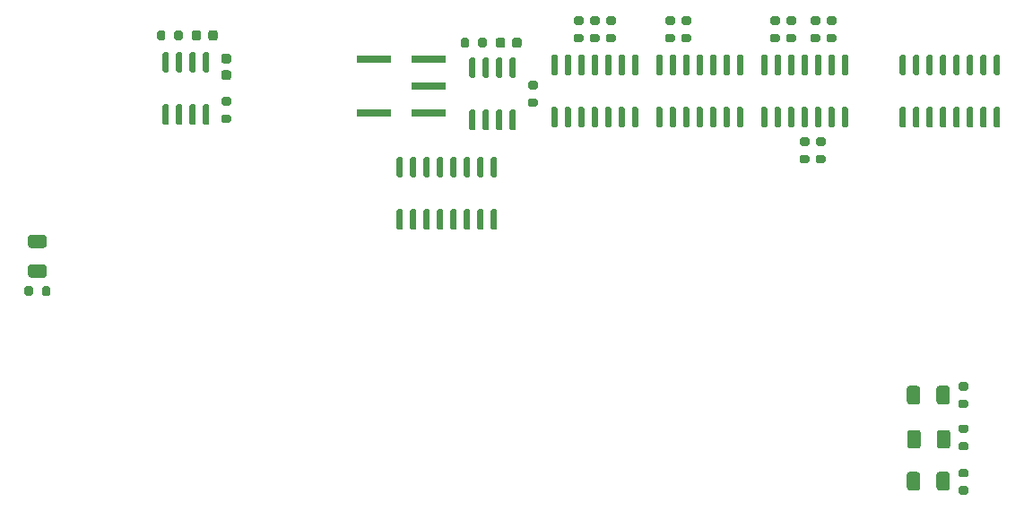
<source format=gbr>
%TF.GenerationSoftware,KiCad,Pcbnew,(5.1.10-1-10_14)*%
%TF.CreationDate,2021-09-17T00:17:13-04:00*%
%TF.ProjectId,clock,636c6f63-6b2e-46b6-9963-61645f706362,rev?*%
%TF.SameCoordinates,Original*%
%TF.FileFunction,Paste,Top*%
%TF.FilePolarity,Positive*%
%FSLAX46Y46*%
G04 Gerber Fmt 4.6, Leading zero omitted, Abs format (unit mm)*
G04 Created by KiCad (PCBNEW (5.1.10-1-10_14)) date 2021-09-17 00:17:13*
%MOMM*%
%LPD*%
G01*
G04 APERTURE LIST*
%ADD10R,3.180000X0.760000*%
G04 APERTURE END LIST*
%TO.C,U12*%
G36*
G01*
X132705000Y-116695000D02*
X132705000Y-116145000D01*
G75*
G02*
X132905000Y-115945000I200000J0D01*
G01*
X133305000Y-115945000D01*
G75*
G02*
X133505000Y-116145000I0J-200000D01*
G01*
X133505000Y-116695000D01*
G75*
G02*
X133305000Y-116895000I-200000J0D01*
G01*
X132905000Y-116895000D01*
G75*
G02*
X132705000Y-116695000I0J200000D01*
G01*
G37*
G36*
G01*
X131055000Y-116695000D02*
X131055000Y-116145000D01*
G75*
G02*
X131255000Y-115945000I200000J0D01*
G01*
X131655000Y-115945000D01*
G75*
G02*
X131855000Y-116145000I0J-200000D01*
G01*
X131855000Y-116695000D01*
G75*
G02*
X131655000Y-116895000I-200000J0D01*
G01*
X131255000Y-116895000D01*
G75*
G02*
X131055000Y-116695000I0J200000D01*
G01*
G37*
%TD*%
%TO.C,U11*%
G36*
G01*
X132899000Y-112351000D02*
X131649000Y-112351000D01*
G75*
G02*
X131399000Y-112101000I0J250000D01*
G01*
X131399000Y-111351000D01*
G75*
G02*
X131649000Y-111101000I250000J0D01*
G01*
X132899000Y-111101000D01*
G75*
G02*
X133149000Y-111351000I0J-250000D01*
G01*
X133149000Y-112101000D01*
G75*
G02*
X132899000Y-112351000I-250000J0D01*
G01*
G37*
G36*
G01*
X132899000Y-115151000D02*
X131649000Y-115151000D01*
G75*
G02*
X131399000Y-114901000I0J250000D01*
G01*
X131399000Y-114151000D01*
G75*
G02*
X131649000Y-113901000I250000J0D01*
G01*
X132899000Y-113901000D01*
G75*
G02*
X133149000Y-114151000I0J-250000D01*
G01*
X133149000Y-114901000D01*
G75*
G02*
X132899000Y-115151000I-250000J0D01*
G01*
G37*
%TD*%
%TO.C,U20*%
G36*
G01*
X144355000Y-91995000D02*
X144355000Y-92545000D01*
G75*
G02*
X144155000Y-92745000I-200000J0D01*
G01*
X143755000Y-92745000D01*
G75*
G02*
X143555000Y-92545000I0J200000D01*
G01*
X143555000Y-91995000D01*
G75*
G02*
X143755000Y-91795000I200000J0D01*
G01*
X144155000Y-91795000D01*
G75*
G02*
X144355000Y-91995000I0J-200000D01*
G01*
G37*
G36*
G01*
X146005000Y-91995000D02*
X146005000Y-92545000D01*
G75*
G02*
X145805000Y-92745000I-200000J0D01*
G01*
X145405000Y-92745000D01*
G75*
G02*
X145205000Y-92545000I0J200000D01*
G01*
X145205000Y-91995000D01*
G75*
G02*
X145405000Y-91795000I200000J0D01*
G01*
X145805000Y-91795000D01*
G75*
G02*
X146005000Y-91995000I0J-200000D01*
G01*
G37*
%TD*%
%TO.C,U23*%
G36*
G01*
X173505000Y-96290000D02*
X173205000Y-96290000D01*
G75*
G02*
X173055000Y-96140000I0J150000D01*
G01*
X173055000Y-94490000D01*
G75*
G02*
X173205000Y-94340000I150000J0D01*
G01*
X173505000Y-94340000D01*
G75*
G02*
X173655000Y-94490000I0J-150000D01*
G01*
X173655000Y-96140000D01*
G75*
G02*
X173505000Y-96290000I-150000J0D01*
G01*
G37*
G36*
G01*
X174775000Y-96290000D02*
X174475000Y-96290000D01*
G75*
G02*
X174325000Y-96140000I0J150000D01*
G01*
X174325000Y-94490000D01*
G75*
G02*
X174475000Y-94340000I150000J0D01*
G01*
X174775000Y-94340000D01*
G75*
G02*
X174925000Y-94490000I0J-150000D01*
G01*
X174925000Y-96140000D01*
G75*
G02*
X174775000Y-96290000I-150000J0D01*
G01*
G37*
G36*
G01*
X176045000Y-96290000D02*
X175745000Y-96290000D01*
G75*
G02*
X175595000Y-96140000I0J150000D01*
G01*
X175595000Y-94490000D01*
G75*
G02*
X175745000Y-94340000I150000J0D01*
G01*
X176045000Y-94340000D01*
G75*
G02*
X176195000Y-94490000I0J-150000D01*
G01*
X176195000Y-96140000D01*
G75*
G02*
X176045000Y-96290000I-150000J0D01*
G01*
G37*
G36*
G01*
X177315000Y-96290000D02*
X177015000Y-96290000D01*
G75*
G02*
X176865000Y-96140000I0J150000D01*
G01*
X176865000Y-94490000D01*
G75*
G02*
X177015000Y-94340000I150000J0D01*
G01*
X177315000Y-94340000D01*
G75*
G02*
X177465000Y-94490000I0J-150000D01*
G01*
X177465000Y-96140000D01*
G75*
G02*
X177315000Y-96290000I-150000J0D01*
G01*
G37*
G36*
G01*
X177315000Y-101240000D02*
X177015000Y-101240000D01*
G75*
G02*
X176865000Y-101090000I0J150000D01*
G01*
X176865000Y-99440000D01*
G75*
G02*
X177015000Y-99290000I150000J0D01*
G01*
X177315000Y-99290000D01*
G75*
G02*
X177465000Y-99440000I0J-150000D01*
G01*
X177465000Y-101090000D01*
G75*
G02*
X177315000Y-101240000I-150000J0D01*
G01*
G37*
G36*
G01*
X176045000Y-101240000D02*
X175745000Y-101240000D01*
G75*
G02*
X175595000Y-101090000I0J150000D01*
G01*
X175595000Y-99440000D01*
G75*
G02*
X175745000Y-99290000I150000J0D01*
G01*
X176045000Y-99290000D01*
G75*
G02*
X176195000Y-99440000I0J-150000D01*
G01*
X176195000Y-101090000D01*
G75*
G02*
X176045000Y-101240000I-150000J0D01*
G01*
G37*
G36*
G01*
X174775000Y-101240000D02*
X174475000Y-101240000D01*
G75*
G02*
X174325000Y-101090000I0J150000D01*
G01*
X174325000Y-99440000D01*
G75*
G02*
X174475000Y-99290000I150000J0D01*
G01*
X174775000Y-99290000D01*
G75*
G02*
X174925000Y-99440000I0J-150000D01*
G01*
X174925000Y-101090000D01*
G75*
G02*
X174775000Y-101240000I-150000J0D01*
G01*
G37*
G36*
G01*
X173505000Y-101240000D02*
X173205000Y-101240000D01*
G75*
G02*
X173055000Y-101090000I0J150000D01*
G01*
X173055000Y-99440000D01*
G75*
G02*
X173205000Y-99290000I150000J0D01*
G01*
X173505000Y-99290000D01*
G75*
G02*
X173655000Y-99440000I0J-150000D01*
G01*
X173655000Y-101090000D01*
G75*
G02*
X173505000Y-101240000I-150000J0D01*
G01*
G37*
%TD*%
%TO.C,U22*%
G36*
G01*
X179345000Y-97365000D02*
X178795000Y-97365000D01*
G75*
G02*
X178595000Y-97165000I0J200000D01*
G01*
X178595000Y-96765000D01*
G75*
G02*
X178795000Y-96565000I200000J0D01*
G01*
X179345000Y-96565000D01*
G75*
G02*
X179545000Y-96765000I0J-200000D01*
G01*
X179545000Y-97165000D01*
G75*
G02*
X179345000Y-97365000I-200000J0D01*
G01*
G37*
G36*
G01*
X179345000Y-99015000D02*
X178795000Y-99015000D01*
G75*
G02*
X178595000Y-98815000I0J200000D01*
G01*
X178595000Y-98415000D01*
G75*
G02*
X178795000Y-98215000I200000J0D01*
G01*
X179345000Y-98215000D01*
G75*
G02*
X179545000Y-98415000I0J-200000D01*
G01*
X179545000Y-98815000D01*
G75*
G02*
X179345000Y-99015000I-200000J0D01*
G01*
G37*
%TD*%
%TO.C,U21*%
G36*
G01*
X173907000Y-93239000D02*
X173907000Y-92689000D01*
G75*
G02*
X174107000Y-92489000I200000J0D01*
G01*
X174507000Y-92489000D01*
G75*
G02*
X174707000Y-92689000I0J-200000D01*
G01*
X174707000Y-93239000D01*
G75*
G02*
X174507000Y-93439000I-200000J0D01*
G01*
X174107000Y-93439000D01*
G75*
G02*
X173907000Y-93239000I0J200000D01*
G01*
G37*
G36*
G01*
X172257000Y-93239000D02*
X172257000Y-92689000D01*
G75*
G02*
X172457000Y-92489000I200000J0D01*
G01*
X172857000Y-92489000D01*
G75*
G02*
X173057000Y-92689000I0J-200000D01*
G01*
X173057000Y-93239000D01*
G75*
G02*
X172857000Y-93439000I-200000J0D01*
G01*
X172457000Y-93439000D01*
G75*
G02*
X172257000Y-93239000I0J200000D01*
G01*
G37*
%TD*%
%TO.C,U19*%
G36*
G01*
X144549000Y-95782000D02*
X144249000Y-95782000D01*
G75*
G02*
X144099000Y-95632000I0J150000D01*
G01*
X144099000Y-93982000D01*
G75*
G02*
X144249000Y-93832000I150000J0D01*
G01*
X144549000Y-93832000D01*
G75*
G02*
X144699000Y-93982000I0J-150000D01*
G01*
X144699000Y-95632000D01*
G75*
G02*
X144549000Y-95782000I-150000J0D01*
G01*
G37*
G36*
G01*
X145819000Y-95782000D02*
X145519000Y-95782000D01*
G75*
G02*
X145369000Y-95632000I0J150000D01*
G01*
X145369000Y-93982000D01*
G75*
G02*
X145519000Y-93832000I150000J0D01*
G01*
X145819000Y-93832000D01*
G75*
G02*
X145969000Y-93982000I0J-150000D01*
G01*
X145969000Y-95632000D01*
G75*
G02*
X145819000Y-95782000I-150000J0D01*
G01*
G37*
G36*
G01*
X147089000Y-95782000D02*
X146789000Y-95782000D01*
G75*
G02*
X146639000Y-95632000I0J150000D01*
G01*
X146639000Y-93982000D01*
G75*
G02*
X146789000Y-93832000I150000J0D01*
G01*
X147089000Y-93832000D01*
G75*
G02*
X147239000Y-93982000I0J-150000D01*
G01*
X147239000Y-95632000D01*
G75*
G02*
X147089000Y-95782000I-150000J0D01*
G01*
G37*
G36*
G01*
X148359000Y-95782000D02*
X148059000Y-95782000D01*
G75*
G02*
X147909000Y-95632000I0J150000D01*
G01*
X147909000Y-93982000D01*
G75*
G02*
X148059000Y-93832000I150000J0D01*
G01*
X148359000Y-93832000D01*
G75*
G02*
X148509000Y-93982000I0J-150000D01*
G01*
X148509000Y-95632000D01*
G75*
G02*
X148359000Y-95782000I-150000J0D01*
G01*
G37*
G36*
G01*
X148359000Y-100732000D02*
X148059000Y-100732000D01*
G75*
G02*
X147909000Y-100582000I0J150000D01*
G01*
X147909000Y-98932000D01*
G75*
G02*
X148059000Y-98782000I150000J0D01*
G01*
X148359000Y-98782000D01*
G75*
G02*
X148509000Y-98932000I0J-150000D01*
G01*
X148509000Y-100582000D01*
G75*
G02*
X148359000Y-100732000I-150000J0D01*
G01*
G37*
G36*
G01*
X147089000Y-100732000D02*
X146789000Y-100732000D01*
G75*
G02*
X146639000Y-100582000I0J150000D01*
G01*
X146639000Y-98932000D01*
G75*
G02*
X146789000Y-98782000I150000J0D01*
G01*
X147089000Y-98782000D01*
G75*
G02*
X147239000Y-98932000I0J-150000D01*
G01*
X147239000Y-100582000D01*
G75*
G02*
X147089000Y-100732000I-150000J0D01*
G01*
G37*
G36*
G01*
X145819000Y-100732000D02*
X145519000Y-100732000D01*
G75*
G02*
X145369000Y-100582000I0J150000D01*
G01*
X145369000Y-98932000D01*
G75*
G02*
X145519000Y-98782000I150000J0D01*
G01*
X145819000Y-98782000D01*
G75*
G02*
X145969000Y-98932000I0J-150000D01*
G01*
X145969000Y-100582000D01*
G75*
G02*
X145819000Y-100732000I-150000J0D01*
G01*
G37*
G36*
G01*
X144549000Y-100732000D02*
X144249000Y-100732000D01*
G75*
G02*
X144099000Y-100582000I0J150000D01*
G01*
X144099000Y-98932000D01*
G75*
G02*
X144249000Y-98782000I150000J0D01*
G01*
X144549000Y-98782000D01*
G75*
G02*
X144699000Y-98932000I0J-150000D01*
G01*
X144699000Y-100582000D01*
G75*
G02*
X144549000Y-100732000I-150000J0D01*
G01*
G37*
%TD*%
%TO.C,U13*%
G36*
G01*
X150389000Y-98889000D02*
X149839000Y-98889000D01*
G75*
G02*
X149639000Y-98689000I0J200000D01*
G01*
X149639000Y-98289000D01*
G75*
G02*
X149839000Y-98089000I200000J0D01*
G01*
X150389000Y-98089000D01*
G75*
G02*
X150589000Y-98289000I0J-200000D01*
G01*
X150589000Y-98689000D01*
G75*
G02*
X150389000Y-98889000I-200000J0D01*
G01*
G37*
G36*
G01*
X150389000Y-100539000D02*
X149839000Y-100539000D01*
G75*
G02*
X149639000Y-100339000I0J200000D01*
G01*
X149639000Y-99939000D01*
G75*
G02*
X149839000Y-99739000I200000J0D01*
G01*
X150389000Y-99739000D01*
G75*
G02*
X150589000Y-99939000I0J-200000D01*
G01*
X150589000Y-100339000D01*
G75*
G02*
X150389000Y-100539000I-200000J0D01*
G01*
G37*
%TD*%
%TO.C,U3*%
G36*
G01*
X214145000Y-96036000D02*
X213845000Y-96036000D01*
G75*
G02*
X213695000Y-95886000I0J150000D01*
G01*
X213695000Y-94236000D01*
G75*
G02*
X213845000Y-94086000I150000J0D01*
G01*
X214145000Y-94086000D01*
G75*
G02*
X214295000Y-94236000I0J-150000D01*
G01*
X214295000Y-95886000D01*
G75*
G02*
X214145000Y-96036000I-150000J0D01*
G01*
G37*
G36*
G01*
X215415000Y-96036000D02*
X215115000Y-96036000D01*
G75*
G02*
X214965000Y-95886000I0J150000D01*
G01*
X214965000Y-94236000D01*
G75*
G02*
X215115000Y-94086000I150000J0D01*
G01*
X215415000Y-94086000D01*
G75*
G02*
X215565000Y-94236000I0J-150000D01*
G01*
X215565000Y-95886000D01*
G75*
G02*
X215415000Y-96036000I-150000J0D01*
G01*
G37*
G36*
G01*
X216685000Y-96036000D02*
X216385000Y-96036000D01*
G75*
G02*
X216235000Y-95886000I0J150000D01*
G01*
X216235000Y-94236000D01*
G75*
G02*
X216385000Y-94086000I150000J0D01*
G01*
X216685000Y-94086000D01*
G75*
G02*
X216835000Y-94236000I0J-150000D01*
G01*
X216835000Y-95886000D01*
G75*
G02*
X216685000Y-96036000I-150000J0D01*
G01*
G37*
G36*
G01*
X217955000Y-96036000D02*
X217655000Y-96036000D01*
G75*
G02*
X217505000Y-95886000I0J150000D01*
G01*
X217505000Y-94236000D01*
G75*
G02*
X217655000Y-94086000I150000J0D01*
G01*
X217955000Y-94086000D01*
G75*
G02*
X218105000Y-94236000I0J-150000D01*
G01*
X218105000Y-95886000D01*
G75*
G02*
X217955000Y-96036000I-150000J0D01*
G01*
G37*
G36*
G01*
X219225000Y-96036000D02*
X218925000Y-96036000D01*
G75*
G02*
X218775000Y-95886000I0J150000D01*
G01*
X218775000Y-94236000D01*
G75*
G02*
X218925000Y-94086000I150000J0D01*
G01*
X219225000Y-94086000D01*
G75*
G02*
X219375000Y-94236000I0J-150000D01*
G01*
X219375000Y-95886000D01*
G75*
G02*
X219225000Y-96036000I-150000J0D01*
G01*
G37*
G36*
G01*
X220495000Y-96036000D02*
X220195000Y-96036000D01*
G75*
G02*
X220045000Y-95886000I0J150000D01*
G01*
X220045000Y-94236000D01*
G75*
G02*
X220195000Y-94086000I150000J0D01*
G01*
X220495000Y-94086000D01*
G75*
G02*
X220645000Y-94236000I0J-150000D01*
G01*
X220645000Y-95886000D01*
G75*
G02*
X220495000Y-96036000I-150000J0D01*
G01*
G37*
G36*
G01*
X221765000Y-96036000D02*
X221465000Y-96036000D01*
G75*
G02*
X221315000Y-95886000I0J150000D01*
G01*
X221315000Y-94236000D01*
G75*
G02*
X221465000Y-94086000I150000J0D01*
G01*
X221765000Y-94086000D01*
G75*
G02*
X221915000Y-94236000I0J-150000D01*
G01*
X221915000Y-95886000D01*
G75*
G02*
X221765000Y-96036000I-150000J0D01*
G01*
G37*
G36*
G01*
X223035000Y-96036000D02*
X222735000Y-96036000D01*
G75*
G02*
X222585000Y-95886000I0J150000D01*
G01*
X222585000Y-94236000D01*
G75*
G02*
X222735000Y-94086000I150000J0D01*
G01*
X223035000Y-94086000D01*
G75*
G02*
X223185000Y-94236000I0J-150000D01*
G01*
X223185000Y-95886000D01*
G75*
G02*
X223035000Y-96036000I-150000J0D01*
G01*
G37*
G36*
G01*
X223035000Y-100986000D02*
X222735000Y-100986000D01*
G75*
G02*
X222585000Y-100836000I0J150000D01*
G01*
X222585000Y-99186000D01*
G75*
G02*
X222735000Y-99036000I150000J0D01*
G01*
X223035000Y-99036000D01*
G75*
G02*
X223185000Y-99186000I0J-150000D01*
G01*
X223185000Y-100836000D01*
G75*
G02*
X223035000Y-100986000I-150000J0D01*
G01*
G37*
G36*
G01*
X221765000Y-100986000D02*
X221465000Y-100986000D01*
G75*
G02*
X221315000Y-100836000I0J150000D01*
G01*
X221315000Y-99186000D01*
G75*
G02*
X221465000Y-99036000I150000J0D01*
G01*
X221765000Y-99036000D01*
G75*
G02*
X221915000Y-99186000I0J-150000D01*
G01*
X221915000Y-100836000D01*
G75*
G02*
X221765000Y-100986000I-150000J0D01*
G01*
G37*
G36*
G01*
X220495000Y-100986000D02*
X220195000Y-100986000D01*
G75*
G02*
X220045000Y-100836000I0J150000D01*
G01*
X220045000Y-99186000D01*
G75*
G02*
X220195000Y-99036000I150000J0D01*
G01*
X220495000Y-99036000D01*
G75*
G02*
X220645000Y-99186000I0J-150000D01*
G01*
X220645000Y-100836000D01*
G75*
G02*
X220495000Y-100986000I-150000J0D01*
G01*
G37*
G36*
G01*
X219225000Y-100986000D02*
X218925000Y-100986000D01*
G75*
G02*
X218775000Y-100836000I0J150000D01*
G01*
X218775000Y-99186000D01*
G75*
G02*
X218925000Y-99036000I150000J0D01*
G01*
X219225000Y-99036000D01*
G75*
G02*
X219375000Y-99186000I0J-150000D01*
G01*
X219375000Y-100836000D01*
G75*
G02*
X219225000Y-100986000I-150000J0D01*
G01*
G37*
G36*
G01*
X217955000Y-100986000D02*
X217655000Y-100986000D01*
G75*
G02*
X217505000Y-100836000I0J150000D01*
G01*
X217505000Y-99186000D01*
G75*
G02*
X217655000Y-99036000I150000J0D01*
G01*
X217955000Y-99036000D01*
G75*
G02*
X218105000Y-99186000I0J-150000D01*
G01*
X218105000Y-100836000D01*
G75*
G02*
X217955000Y-100986000I-150000J0D01*
G01*
G37*
G36*
G01*
X216685000Y-100986000D02*
X216385000Y-100986000D01*
G75*
G02*
X216235000Y-100836000I0J150000D01*
G01*
X216235000Y-99186000D01*
G75*
G02*
X216385000Y-99036000I150000J0D01*
G01*
X216685000Y-99036000D01*
G75*
G02*
X216835000Y-99186000I0J-150000D01*
G01*
X216835000Y-100836000D01*
G75*
G02*
X216685000Y-100986000I-150000J0D01*
G01*
G37*
G36*
G01*
X215415000Y-100986000D02*
X215115000Y-100986000D01*
G75*
G02*
X214965000Y-100836000I0J150000D01*
G01*
X214965000Y-99186000D01*
G75*
G02*
X215115000Y-99036000I150000J0D01*
G01*
X215415000Y-99036000D01*
G75*
G02*
X215565000Y-99186000I0J-150000D01*
G01*
X215565000Y-100836000D01*
G75*
G02*
X215415000Y-100986000I-150000J0D01*
G01*
G37*
G36*
G01*
X214145000Y-100986000D02*
X213845000Y-100986000D01*
G75*
G02*
X213695000Y-100836000I0J150000D01*
G01*
X213695000Y-99186000D01*
G75*
G02*
X213845000Y-99036000I150000J0D01*
G01*
X214145000Y-99036000D01*
G75*
G02*
X214295000Y-99186000I0J-150000D01*
G01*
X214295000Y-100836000D01*
G75*
G02*
X214145000Y-100986000I-150000J0D01*
G01*
G37*
%TD*%
%TO.C,U2*%
G36*
G01*
X166647000Y-105688000D02*
X166347000Y-105688000D01*
G75*
G02*
X166197000Y-105538000I0J150000D01*
G01*
X166197000Y-103888000D01*
G75*
G02*
X166347000Y-103738000I150000J0D01*
G01*
X166647000Y-103738000D01*
G75*
G02*
X166797000Y-103888000I0J-150000D01*
G01*
X166797000Y-105538000D01*
G75*
G02*
X166647000Y-105688000I-150000J0D01*
G01*
G37*
G36*
G01*
X167917000Y-105688000D02*
X167617000Y-105688000D01*
G75*
G02*
X167467000Y-105538000I0J150000D01*
G01*
X167467000Y-103888000D01*
G75*
G02*
X167617000Y-103738000I150000J0D01*
G01*
X167917000Y-103738000D01*
G75*
G02*
X168067000Y-103888000I0J-150000D01*
G01*
X168067000Y-105538000D01*
G75*
G02*
X167917000Y-105688000I-150000J0D01*
G01*
G37*
G36*
G01*
X169187000Y-105688000D02*
X168887000Y-105688000D01*
G75*
G02*
X168737000Y-105538000I0J150000D01*
G01*
X168737000Y-103888000D01*
G75*
G02*
X168887000Y-103738000I150000J0D01*
G01*
X169187000Y-103738000D01*
G75*
G02*
X169337000Y-103888000I0J-150000D01*
G01*
X169337000Y-105538000D01*
G75*
G02*
X169187000Y-105688000I-150000J0D01*
G01*
G37*
G36*
G01*
X170457000Y-105688000D02*
X170157000Y-105688000D01*
G75*
G02*
X170007000Y-105538000I0J150000D01*
G01*
X170007000Y-103888000D01*
G75*
G02*
X170157000Y-103738000I150000J0D01*
G01*
X170457000Y-103738000D01*
G75*
G02*
X170607000Y-103888000I0J-150000D01*
G01*
X170607000Y-105538000D01*
G75*
G02*
X170457000Y-105688000I-150000J0D01*
G01*
G37*
G36*
G01*
X171727000Y-105688000D02*
X171427000Y-105688000D01*
G75*
G02*
X171277000Y-105538000I0J150000D01*
G01*
X171277000Y-103888000D01*
G75*
G02*
X171427000Y-103738000I150000J0D01*
G01*
X171727000Y-103738000D01*
G75*
G02*
X171877000Y-103888000I0J-150000D01*
G01*
X171877000Y-105538000D01*
G75*
G02*
X171727000Y-105688000I-150000J0D01*
G01*
G37*
G36*
G01*
X172997000Y-105688000D02*
X172697000Y-105688000D01*
G75*
G02*
X172547000Y-105538000I0J150000D01*
G01*
X172547000Y-103888000D01*
G75*
G02*
X172697000Y-103738000I150000J0D01*
G01*
X172997000Y-103738000D01*
G75*
G02*
X173147000Y-103888000I0J-150000D01*
G01*
X173147000Y-105538000D01*
G75*
G02*
X172997000Y-105688000I-150000J0D01*
G01*
G37*
G36*
G01*
X174267000Y-105688000D02*
X173967000Y-105688000D01*
G75*
G02*
X173817000Y-105538000I0J150000D01*
G01*
X173817000Y-103888000D01*
G75*
G02*
X173967000Y-103738000I150000J0D01*
G01*
X174267000Y-103738000D01*
G75*
G02*
X174417000Y-103888000I0J-150000D01*
G01*
X174417000Y-105538000D01*
G75*
G02*
X174267000Y-105688000I-150000J0D01*
G01*
G37*
G36*
G01*
X175537000Y-105688000D02*
X175237000Y-105688000D01*
G75*
G02*
X175087000Y-105538000I0J150000D01*
G01*
X175087000Y-103888000D01*
G75*
G02*
X175237000Y-103738000I150000J0D01*
G01*
X175537000Y-103738000D01*
G75*
G02*
X175687000Y-103888000I0J-150000D01*
G01*
X175687000Y-105538000D01*
G75*
G02*
X175537000Y-105688000I-150000J0D01*
G01*
G37*
G36*
G01*
X175537000Y-110638000D02*
X175237000Y-110638000D01*
G75*
G02*
X175087000Y-110488000I0J150000D01*
G01*
X175087000Y-108838000D01*
G75*
G02*
X175237000Y-108688000I150000J0D01*
G01*
X175537000Y-108688000D01*
G75*
G02*
X175687000Y-108838000I0J-150000D01*
G01*
X175687000Y-110488000D01*
G75*
G02*
X175537000Y-110638000I-150000J0D01*
G01*
G37*
G36*
G01*
X174267000Y-110638000D02*
X173967000Y-110638000D01*
G75*
G02*
X173817000Y-110488000I0J150000D01*
G01*
X173817000Y-108838000D01*
G75*
G02*
X173967000Y-108688000I150000J0D01*
G01*
X174267000Y-108688000D01*
G75*
G02*
X174417000Y-108838000I0J-150000D01*
G01*
X174417000Y-110488000D01*
G75*
G02*
X174267000Y-110638000I-150000J0D01*
G01*
G37*
G36*
G01*
X172997000Y-110638000D02*
X172697000Y-110638000D01*
G75*
G02*
X172547000Y-110488000I0J150000D01*
G01*
X172547000Y-108838000D01*
G75*
G02*
X172697000Y-108688000I150000J0D01*
G01*
X172997000Y-108688000D01*
G75*
G02*
X173147000Y-108838000I0J-150000D01*
G01*
X173147000Y-110488000D01*
G75*
G02*
X172997000Y-110638000I-150000J0D01*
G01*
G37*
G36*
G01*
X171727000Y-110638000D02*
X171427000Y-110638000D01*
G75*
G02*
X171277000Y-110488000I0J150000D01*
G01*
X171277000Y-108838000D01*
G75*
G02*
X171427000Y-108688000I150000J0D01*
G01*
X171727000Y-108688000D01*
G75*
G02*
X171877000Y-108838000I0J-150000D01*
G01*
X171877000Y-110488000D01*
G75*
G02*
X171727000Y-110638000I-150000J0D01*
G01*
G37*
G36*
G01*
X170457000Y-110638000D02*
X170157000Y-110638000D01*
G75*
G02*
X170007000Y-110488000I0J150000D01*
G01*
X170007000Y-108838000D01*
G75*
G02*
X170157000Y-108688000I150000J0D01*
G01*
X170457000Y-108688000D01*
G75*
G02*
X170607000Y-108838000I0J-150000D01*
G01*
X170607000Y-110488000D01*
G75*
G02*
X170457000Y-110638000I-150000J0D01*
G01*
G37*
G36*
G01*
X169187000Y-110638000D02*
X168887000Y-110638000D01*
G75*
G02*
X168737000Y-110488000I0J150000D01*
G01*
X168737000Y-108838000D01*
G75*
G02*
X168887000Y-108688000I150000J0D01*
G01*
X169187000Y-108688000D01*
G75*
G02*
X169337000Y-108838000I0J-150000D01*
G01*
X169337000Y-110488000D01*
G75*
G02*
X169187000Y-110638000I-150000J0D01*
G01*
G37*
G36*
G01*
X167917000Y-110638000D02*
X167617000Y-110638000D01*
G75*
G02*
X167467000Y-110488000I0J150000D01*
G01*
X167467000Y-108838000D01*
G75*
G02*
X167617000Y-108688000I150000J0D01*
G01*
X167917000Y-108688000D01*
G75*
G02*
X168067000Y-108838000I0J-150000D01*
G01*
X168067000Y-110488000D01*
G75*
G02*
X167917000Y-110638000I-150000J0D01*
G01*
G37*
G36*
G01*
X166647000Y-110638000D02*
X166347000Y-110638000D01*
G75*
G02*
X166197000Y-110488000I0J150000D01*
G01*
X166197000Y-108838000D01*
G75*
G02*
X166347000Y-108688000I150000J0D01*
G01*
X166647000Y-108688000D01*
G75*
G02*
X166797000Y-108838000I0J-150000D01*
G01*
X166797000Y-110488000D01*
G75*
G02*
X166647000Y-110638000I-150000J0D01*
G01*
G37*
%TD*%
D10*
%TO.C,SW4*%
X169224000Y-94488000D03*
X164024000Y-94488000D03*
X164024000Y-99568000D03*
X169224000Y-99568000D03*
X169224000Y-97028000D03*
%TD*%
%TO.C,C3*%
G36*
G01*
X177109000Y-93214000D02*
X177109000Y-92714000D01*
G75*
G02*
X177334000Y-92489000I225000J0D01*
G01*
X177784000Y-92489000D01*
G75*
G02*
X178009000Y-92714000I0J-225000D01*
G01*
X178009000Y-93214000D01*
G75*
G02*
X177784000Y-93439000I-225000J0D01*
G01*
X177334000Y-93439000D01*
G75*
G02*
X177109000Y-93214000I0J225000D01*
G01*
G37*
G36*
G01*
X175559000Y-93214000D02*
X175559000Y-92714000D01*
G75*
G02*
X175784000Y-92489000I225000J0D01*
G01*
X176234000Y-92489000D01*
G75*
G02*
X176459000Y-92714000I0J-225000D01*
G01*
X176459000Y-93214000D01*
G75*
G02*
X176234000Y-93439000I-225000J0D01*
G01*
X175784000Y-93439000D01*
G75*
G02*
X175559000Y-93214000I0J225000D01*
G01*
G37*
%TD*%
%TO.C,C2*%
G36*
G01*
X148407000Y-92520000D02*
X148407000Y-92020000D01*
G75*
G02*
X148632000Y-91795000I225000J0D01*
G01*
X149082000Y-91795000D01*
G75*
G02*
X149307000Y-92020000I0J-225000D01*
G01*
X149307000Y-92520000D01*
G75*
G02*
X149082000Y-92745000I-225000J0D01*
G01*
X148632000Y-92745000D01*
G75*
G02*
X148407000Y-92520000I0J225000D01*
G01*
G37*
G36*
G01*
X146857000Y-92520000D02*
X146857000Y-92020000D01*
G75*
G02*
X147082000Y-91795000I225000J0D01*
G01*
X147532000Y-91795000D01*
G75*
G02*
X147757000Y-92020000I0J-225000D01*
G01*
X147757000Y-92520000D01*
G75*
G02*
X147532000Y-92745000I-225000J0D01*
G01*
X147082000Y-92745000D01*
G75*
G02*
X146857000Y-92520000I0J225000D01*
G01*
G37*
%TD*%
%TO.C,C1*%
G36*
G01*
X149864000Y-95562000D02*
X150364000Y-95562000D01*
G75*
G02*
X150589000Y-95787000I0J-225000D01*
G01*
X150589000Y-96237000D01*
G75*
G02*
X150364000Y-96462000I-225000J0D01*
G01*
X149864000Y-96462000D01*
G75*
G02*
X149639000Y-96237000I0J225000D01*
G01*
X149639000Y-95787000D01*
G75*
G02*
X149864000Y-95562000I225000J0D01*
G01*
G37*
G36*
G01*
X149864000Y-94012000D02*
X150364000Y-94012000D01*
G75*
G02*
X150589000Y-94237000I0J-225000D01*
G01*
X150589000Y-94687000D01*
G75*
G02*
X150364000Y-94912000I-225000J0D01*
G01*
X149864000Y-94912000D01*
G75*
G02*
X149639000Y-94687000I0J225000D01*
G01*
X149639000Y-94237000D01*
G75*
G02*
X149864000Y-94012000I225000J0D01*
G01*
G37*
%TD*%
%TO.C,U9*%
G36*
G01*
X215633000Y-125613000D02*
X215633000Y-126863000D01*
G75*
G02*
X215383000Y-127113000I-250000J0D01*
G01*
X214633000Y-127113000D01*
G75*
G02*
X214383000Y-126863000I0J250000D01*
G01*
X214383000Y-125613000D01*
G75*
G02*
X214633000Y-125363000I250000J0D01*
G01*
X215383000Y-125363000D01*
G75*
G02*
X215633000Y-125613000I0J-250000D01*
G01*
G37*
G36*
G01*
X218433000Y-125613000D02*
X218433000Y-126863000D01*
G75*
G02*
X218183000Y-127113000I-250000J0D01*
G01*
X217433000Y-127113000D01*
G75*
G02*
X217183000Y-126863000I0J250000D01*
G01*
X217183000Y-125613000D01*
G75*
G02*
X217433000Y-125363000I250000J0D01*
G01*
X218183000Y-125363000D01*
G75*
G02*
X218433000Y-125613000I0J-250000D01*
G01*
G37*
%TD*%
%TO.C,U31*%
G36*
G01*
X202205000Y-91269000D02*
X201655000Y-91269000D01*
G75*
G02*
X201455000Y-91069000I0J200000D01*
G01*
X201455000Y-90669000D01*
G75*
G02*
X201655000Y-90469000I200000J0D01*
G01*
X202205000Y-90469000D01*
G75*
G02*
X202405000Y-90669000I0J-200000D01*
G01*
X202405000Y-91069000D01*
G75*
G02*
X202205000Y-91269000I-200000J0D01*
G01*
G37*
G36*
G01*
X202205000Y-92919000D02*
X201655000Y-92919000D01*
G75*
G02*
X201455000Y-92719000I0J200000D01*
G01*
X201455000Y-92319000D01*
G75*
G02*
X201655000Y-92119000I200000J0D01*
G01*
X202205000Y-92119000D01*
G75*
G02*
X202405000Y-92319000I0J-200000D01*
G01*
X202405000Y-92719000D01*
G75*
G02*
X202205000Y-92919000I-200000J0D01*
G01*
G37*
%TD*%
%TO.C,U30*%
G36*
G01*
X203729000Y-91269000D02*
X203179000Y-91269000D01*
G75*
G02*
X202979000Y-91069000I0J200000D01*
G01*
X202979000Y-90669000D01*
G75*
G02*
X203179000Y-90469000I200000J0D01*
G01*
X203729000Y-90469000D01*
G75*
G02*
X203929000Y-90669000I0J-200000D01*
G01*
X203929000Y-91069000D01*
G75*
G02*
X203729000Y-91269000I-200000J0D01*
G01*
G37*
G36*
G01*
X203729000Y-92919000D02*
X203179000Y-92919000D01*
G75*
G02*
X202979000Y-92719000I0J200000D01*
G01*
X202979000Y-92319000D01*
G75*
G02*
X203179000Y-92119000I200000J0D01*
G01*
X203729000Y-92119000D01*
G75*
G02*
X203929000Y-92319000I0J-200000D01*
G01*
X203929000Y-92719000D01*
G75*
G02*
X203729000Y-92919000I-200000J0D01*
G01*
G37*
%TD*%
%TO.C,U29*%
G36*
G01*
X206015000Y-91269000D02*
X205465000Y-91269000D01*
G75*
G02*
X205265000Y-91069000I0J200000D01*
G01*
X205265000Y-90669000D01*
G75*
G02*
X205465000Y-90469000I200000J0D01*
G01*
X206015000Y-90469000D01*
G75*
G02*
X206215000Y-90669000I0J-200000D01*
G01*
X206215000Y-91069000D01*
G75*
G02*
X206015000Y-91269000I-200000J0D01*
G01*
G37*
G36*
G01*
X206015000Y-92919000D02*
X205465000Y-92919000D01*
G75*
G02*
X205265000Y-92719000I0J200000D01*
G01*
X205265000Y-92319000D01*
G75*
G02*
X205465000Y-92119000I200000J0D01*
G01*
X206015000Y-92119000D01*
G75*
G02*
X206215000Y-92319000I0J-200000D01*
G01*
X206215000Y-92719000D01*
G75*
G02*
X206015000Y-92919000I-200000J0D01*
G01*
G37*
%TD*%
%TO.C,U28*%
G36*
G01*
X207539000Y-91269000D02*
X206989000Y-91269000D01*
G75*
G02*
X206789000Y-91069000I0J200000D01*
G01*
X206789000Y-90669000D01*
G75*
G02*
X206989000Y-90469000I200000J0D01*
G01*
X207539000Y-90469000D01*
G75*
G02*
X207739000Y-90669000I0J-200000D01*
G01*
X207739000Y-91069000D01*
G75*
G02*
X207539000Y-91269000I-200000J0D01*
G01*
G37*
G36*
G01*
X207539000Y-92919000D02*
X206989000Y-92919000D01*
G75*
G02*
X206789000Y-92719000I0J200000D01*
G01*
X206789000Y-92319000D01*
G75*
G02*
X206989000Y-92119000I200000J0D01*
G01*
X207539000Y-92119000D01*
G75*
G02*
X207739000Y-92319000I0J-200000D01*
G01*
X207739000Y-92719000D01*
G75*
G02*
X207539000Y-92919000I-200000J0D01*
G01*
G37*
%TD*%
%TO.C,U27*%
G36*
G01*
X205973000Y-103549000D02*
X206523000Y-103549000D01*
G75*
G02*
X206723000Y-103749000I0J-200000D01*
G01*
X206723000Y-104149000D01*
G75*
G02*
X206523000Y-104349000I-200000J0D01*
G01*
X205973000Y-104349000D01*
G75*
G02*
X205773000Y-104149000I0J200000D01*
G01*
X205773000Y-103749000D01*
G75*
G02*
X205973000Y-103549000I200000J0D01*
G01*
G37*
G36*
G01*
X205973000Y-101899000D02*
X206523000Y-101899000D01*
G75*
G02*
X206723000Y-102099000I0J-200000D01*
G01*
X206723000Y-102499000D01*
G75*
G02*
X206523000Y-102699000I-200000J0D01*
G01*
X205973000Y-102699000D01*
G75*
G02*
X205773000Y-102499000I0J200000D01*
G01*
X205773000Y-102099000D01*
G75*
G02*
X205973000Y-101899000I200000J0D01*
G01*
G37*
%TD*%
%TO.C,U26*%
G36*
G01*
X204449000Y-103549000D02*
X204999000Y-103549000D01*
G75*
G02*
X205199000Y-103749000I0J-200000D01*
G01*
X205199000Y-104149000D01*
G75*
G02*
X204999000Y-104349000I-200000J0D01*
G01*
X204449000Y-104349000D01*
G75*
G02*
X204249000Y-104149000I0J200000D01*
G01*
X204249000Y-103749000D01*
G75*
G02*
X204449000Y-103549000I200000J0D01*
G01*
G37*
G36*
G01*
X204449000Y-101899000D02*
X204999000Y-101899000D01*
G75*
G02*
X205199000Y-102099000I0J-200000D01*
G01*
X205199000Y-102499000D01*
G75*
G02*
X204999000Y-102699000I-200000J0D01*
G01*
X204449000Y-102699000D01*
G75*
G02*
X204249000Y-102499000I0J200000D01*
G01*
X204249000Y-102099000D01*
G75*
G02*
X204449000Y-101899000I200000J0D01*
G01*
G37*
%TD*%
%TO.C,U25*%
G36*
G01*
X192299000Y-91269000D02*
X191749000Y-91269000D01*
G75*
G02*
X191549000Y-91069000I0J200000D01*
G01*
X191549000Y-90669000D01*
G75*
G02*
X191749000Y-90469000I200000J0D01*
G01*
X192299000Y-90469000D01*
G75*
G02*
X192499000Y-90669000I0J-200000D01*
G01*
X192499000Y-91069000D01*
G75*
G02*
X192299000Y-91269000I-200000J0D01*
G01*
G37*
G36*
G01*
X192299000Y-92919000D02*
X191749000Y-92919000D01*
G75*
G02*
X191549000Y-92719000I0J200000D01*
G01*
X191549000Y-92319000D01*
G75*
G02*
X191749000Y-92119000I200000J0D01*
G01*
X192299000Y-92119000D01*
G75*
G02*
X192499000Y-92319000I0J-200000D01*
G01*
X192499000Y-92719000D01*
G75*
G02*
X192299000Y-92919000I-200000J0D01*
G01*
G37*
%TD*%
%TO.C,U24*%
G36*
G01*
X193823000Y-91269000D02*
X193273000Y-91269000D01*
G75*
G02*
X193073000Y-91069000I0J200000D01*
G01*
X193073000Y-90669000D01*
G75*
G02*
X193273000Y-90469000I200000J0D01*
G01*
X193823000Y-90469000D01*
G75*
G02*
X194023000Y-90669000I0J-200000D01*
G01*
X194023000Y-91069000D01*
G75*
G02*
X193823000Y-91269000I-200000J0D01*
G01*
G37*
G36*
G01*
X193823000Y-92919000D02*
X193273000Y-92919000D01*
G75*
G02*
X193073000Y-92719000I0J200000D01*
G01*
X193073000Y-92319000D01*
G75*
G02*
X193273000Y-92119000I200000J0D01*
G01*
X193823000Y-92119000D01*
G75*
G02*
X194023000Y-92319000I0J-200000D01*
G01*
X194023000Y-92719000D01*
G75*
G02*
X193823000Y-92919000I-200000J0D01*
G01*
G37*
%TD*%
%TO.C,U18*%
G36*
G01*
X201064000Y-96036000D02*
X200764000Y-96036000D01*
G75*
G02*
X200614000Y-95886000I0J150000D01*
G01*
X200614000Y-94236000D01*
G75*
G02*
X200764000Y-94086000I150000J0D01*
G01*
X201064000Y-94086000D01*
G75*
G02*
X201214000Y-94236000I0J-150000D01*
G01*
X201214000Y-95886000D01*
G75*
G02*
X201064000Y-96036000I-150000J0D01*
G01*
G37*
G36*
G01*
X202334000Y-96036000D02*
X202034000Y-96036000D01*
G75*
G02*
X201884000Y-95886000I0J150000D01*
G01*
X201884000Y-94236000D01*
G75*
G02*
X202034000Y-94086000I150000J0D01*
G01*
X202334000Y-94086000D01*
G75*
G02*
X202484000Y-94236000I0J-150000D01*
G01*
X202484000Y-95886000D01*
G75*
G02*
X202334000Y-96036000I-150000J0D01*
G01*
G37*
G36*
G01*
X203604000Y-96036000D02*
X203304000Y-96036000D01*
G75*
G02*
X203154000Y-95886000I0J150000D01*
G01*
X203154000Y-94236000D01*
G75*
G02*
X203304000Y-94086000I150000J0D01*
G01*
X203604000Y-94086000D01*
G75*
G02*
X203754000Y-94236000I0J-150000D01*
G01*
X203754000Y-95886000D01*
G75*
G02*
X203604000Y-96036000I-150000J0D01*
G01*
G37*
G36*
G01*
X204874000Y-96036000D02*
X204574000Y-96036000D01*
G75*
G02*
X204424000Y-95886000I0J150000D01*
G01*
X204424000Y-94236000D01*
G75*
G02*
X204574000Y-94086000I150000J0D01*
G01*
X204874000Y-94086000D01*
G75*
G02*
X205024000Y-94236000I0J-150000D01*
G01*
X205024000Y-95886000D01*
G75*
G02*
X204874000Y-96036000I-150000J0D01*
G01*
G37*
G36*
G01*
X206144000Y-96036000D02*
X205844000Y-96036000D01*
G75*
G02*
X205694000Y-95886000I0J150000D01*
G01*
X205694000Y-94236000D01*
G75*
G02*
X205844000Y-94086000I150000J0D01*
G01*
X206144000Y-94086000D01*
G75*
G02*
X206294000Y-94236000I0J-150000D01*
G01*
X206294000Y-95886000D01*
G75*
G02*
X206144000Y-96036000I-150000J0D01*
G01*
G37*
G36*
G01*
X207414000Y-96036000D02*
X207114000Y-96036000D01*
G75*
G02*
X206964000Y-95886000I0J150000D01*
G01*
X206964000Y-94236000D01*
G75*
G02*
X207114000Y-94086000I150000J0D01*
G01*
X207414000Y-94086000D01*
G75*
G02*
X207564000Y-94236000I0J-150000D01*
G01*
X207564000Y-95886000D01*
G75*
G02*
X207414000Y-96036000I-150000J0D01*
G01*
G37*
G36*
G01*
X208684000Y-96036000D02*
X208384000Y-96036000D01*
G75*
G02*
X208234000Y-95886000I0J150000D01*
G01*
X208234000Y-94236000D01*
G75*
G02*
X208384000Y-94086000I150000J0D01*
G01*
X208684000Y-94086000D01*
G75*
G02*
X208834000Y-94236000I0J-150000D01*
G01*
X208834000Y-95886000D01*
G75*
G02*
X208684000Y-96036000I-150000J0D01*
G01*
G37*
G36*
G01*
X208684000Y-100986000D02*
X208384000Y-100986000D01*
G75*
G02*
X208234000Y-100836000I0J150000D01*
G01*
X208234000Y-99186000D01*
G75*
G02*
X208384000Y-99036000I150000J0D01*
G01*
X208684000Y-99036000D01*
G75*
G02*
X208834000Y-99186000I0J-150000D01*
G01*
X208834000Y-100836000D01*
G75*
G02*
X208684000Y-100986000I-150000J0D01*
G01*
G37*
G36*
G01*
X207414000Y-100986000D02*
X207114000Y-100986000D01*
G75*
G02*
X206964000Y-100836000I0J150000D01*
G01*
X206964000Y-99186000D01*
G75*
G02*
X207114000Y-99036000I150000J0D01*
G01*
X207414000Y-99036000D01*
G75*
G02*
X207564000Y-99186000I0J-150000D01*
G01*
X207564000Y-100836000D01*
G75*
G02*
X207414000Y-100986000I-150000J0D01*
G01*
G37*
G36*
G01*
X206144000Y-100986000D02*
X205844000Y-100986000D01*
G75*
G02*
X205694000Y-100836000I0J150000D01*
G01*
X205694000Y-99186000D01*
G75*
G02*
X205844000Y-99036000I150000J0D01*
G01*
X206144000Y-99036000D01*
G75*
G02*
X206294000Y-99186000I0J-150000D01*
G01*
X206294000Y-100836000D01*
G75*
G02*
X206144000Y-100986000I-150000J0D01*
G01*
G37*
G36*
G01*
X204874000Y-100986000D02*
X204574000Y-100986000D01*
G75*
G02*
X204424000Y-100836000I0J150000D01*
G01*
X204424000Y-99186000D01*
G75*
G02*
X204574000Y-99036000I150000J0D01*
G01*
X204874000Y-99036000D01*
G75*
G02*
X205024000Y-99186000I0J-150000D01*
G01*
X205024000Y-100836000D01*
G75*
G02*
X204874000Y-100986000I-150000J0D01*
G01*
G37*
G36*
G01*
X203604000Y-100986000D02*
X203304000Y-100986000D01*
G75*
G02*
X203154000Y-100836000I0J150000D01*
G01*
X203154000Y-99186000D01*
G75*
G02*
X203304000Y-99036000I150000J0D01*
G01*
X203604000Y-99036000D01*
G75*
G02*
X203754000Y-99186000I0J-150000D01*
G01*
X203754000Y-100836000D01*
G75*
G02*
X203604000Y-100986000I-150000J0D01*
G01*
G37*
G36*
G01*
X202334000Y-100986000D02*
X202034000Y-100986000D01*
G75*
G02*
X201884000Y-100836000I0J150000D01*
G01*
X201884000Y-99186000D01*
G75*
G02*
X202034000Y-99036000I150000J0D01*
G01*
X202334000Y-99036000D01*
G75*
G02*
X202484000Y-99186000I0J-150000D01*
G01*
X202484000Y-100836000D01*
G75*
G02*
X202334000Y-100986000I-150000J0D01*
G01*
G37*
G36*
G01*
X201064000Y-100986000D02*
X200764000Y-100986000D01*
G75*
G02*
X200614000Y-100836000I0J150000D01*
G01*
X200614000Y-99186000D01*
G75*
G02*
X200764000Y-99036000I150000J0D01*
G01*
X201064000Y-99036000D01*
G75*
G02*
X201214000Y-99186000I0J-150000D01*
G01*
X201214000Y-100836000D01*
G75*
G02*
X201064000Y-100986000I-150000J0D01*
G01*
G37*
%TD*%
%TO.C,U17*%
G36*
G01*
X191158000Y-96036000D02*
X190858000Y-96036000D01*
G75*
G02*
X190708000Y-95886000I0J150000D01*
G01*
X190708000Y-94236000D01*
G75*
G02*
X190858000Y-94086000I150000J0D01*
G01*
X191158000Y-94086000D01*
G75*
G02*
X191308000Y-94236000I0J-150000D01*
G01*
X191308000Y-95886000D01*
G75*
G02*
X191158000Y-96036000I-150000J0D01*
G01*
G37*
G36*
G01*
X192428000Y-96036000D02*
X192128000Y-96036000D01*
G75*
G02*
X191978000Y-95886000I0J150000D01*
G01*
X191978000Y-94236000D01*
G75*
G02*
X192128000Y-94086000I150000J0D01*
G01*
X192428000Y-94086000D01*
G75*
G02*
X192578000Y-94236000I0J-150000D01*
G01*
X192578000Y-95886000D01*
G75*
G02*
X192428000Y-96036000I-150000J0D01*
G01*
G37*
G36*
G01*
X193698000Y-96036000D02*
X193398000Y-96036000D01*
G75*
G02*
X193248000Y-95886000I0J150000D01*
G01*
X193248000Y-94236000D01*
G75*
G02*
X193398000Y-94086000I150000J0D01*
G01*
X193698000Y-94086000D01*
G75*
G02*
X193848000Y-94236000I0J-150000D01*
G01*
X193848000Y-95886000D01*
G75*
G02*
X193698000Y-96036000I-150000J0D01*
G01*
G37*
G36*
G01*
X194968000Y-96036000D02*
X194668000Y-96036000D01*
G75*
G02*
X194518000Y-95886000I0J150000D01*
G01*
X194518000Y-94236000D01*
G75*
G02*
X194668000Y-94086000I150000J0D01*
G01*
X194968000Y-94086000D01*
G75*
G02*
X195118000Y-94236000I0J-150000D01*
G01*
X195118000Y-95886000D01*
G75*
G02*
X194968000Y-96036000I-150000J0D01*
G01*
G37*
G36*
G01*
X196238000Y-96036000D02*
X195938000Y-96036000D01*
G75*
G02*
X195788000Y-95886000I0J150000D01*
G01*
X195788000Y-94236000D01*
G75*
G02*
X195938000Y-94086000I150000J0D01*
G01*
X196238000Y-94086000D01*
G75*
G02*
X196388000Y-94236000I0J-150000D01*
G01*
X196388000Y-95886000D01*
G75*
G02*
X196238000Y-96036000I-150000J0D01*
G01*
G37*
G36*
G01*
X197508000Y-96036000D02*
X197208000Y-96036000D01*
G75*
G02*
X197058000Y-95886000I0J150000D01*
G01*
X197058000Y-94236000D01*
G75*
G02*
X197208000Y-94086000I150000J0D01*
G01*
X197508000Y-94086000D01*
G75*
G02*
X197658000Y-94236000I0J-150000D01*
G01*
X197658000Y-95886000D01*
G75*
G02*
X197508000Y-96036000I-150000J0D01*
G01*
G37*
G36*
G01*
X198778000Y-96036000D02*
X198478000Y-96036000D01*
G75*
G02*
X198328000Y-95886000I0J150000D01*
G01*
X198328000Y-94236000D01*
G75*
G02*
X198478000Y-94086000I150000J0D01*
G01*
X198778000Y-94086000D01*
G75*
G02*
X198928000Y-94236000I0J-150000D01*
G01*
X198928000Y-95886000D01*
G75*
G02*
X198778000Y-96036000I-150000J0D01*
G01*
G37*
G36*
G01*
X198778000Y-100986000D02*
X198478000Y-100986000D01*
G75*
G02*
X198328000Y-100836000I0J150000D01*
G01*
X198328000Y-99186000D01*
G75*
G02*
X198478000Y-99036000I150000J0D01*
G01*
X198778000Y-99036000D01*
G75*
G02*
X198928000Y-99186000I0J-150000D01*
G01*
X198928000Y-100836000D01*
G75*
G02*
X198778000Y-100986000I-150000J0D01*
G01*
G37*
G36*
G01*
X197508000Y-100986000D02*
X197208000Y-100986000D01*
G75*
G02*
X197058000Y-100836000I0J150000D01*
G01*
X197058000Y-99186000D01*
G75*
G02*
X197208000Y-99036000I150000J0D01*
G01*
X197508000Y-99036000D01*
G75*
G02*
X197658000Y-99186000I0J-150000D01*
G01*
X197658000Y-100836000D01*
G75*
G02*
X197508000Y-100986000I-150000J0D01*
G01*
G37*
G36*
G01*
X196238000Y-100986000D02*
X195938000Y-100986000D01*
G75*
G02*
X195788000Y-100836000I0J150000D01*
G01*
X195788000Y-99186000D01*
G75*
G02*
X195938000Y-99036000I150000J0D01*
G01*
X196238000Y-99036000D01*
G75*
G02*
X196388000Y-99186000I0J-150000D01*
G01*
X196388000Y-100836000D01*
G75*
G02*
X196238000Y-100986000I-150000J0D01*
G01*
G37*
G36*
G01*
X194968000Y-100986000D02*
X194668000Y-100986000D01*
G75*
G02*
X194518000Y-100836000I0J150000D01*
G01*
X194518000Y-99186000D01*
G75*
G02*
X194668000Y-99036000I150000J0D01*
G01*
X194968000Y-99036000D01*
G75*
G02*
X195118000Y-99186000I0J-150000D01*
G01*
X195118000Y-100836000D01*
G75*
G02*
X194968000Y-100986000I-150000J0D01*
G01*
G37*
G36*
G01*
X193698000Y-100986000D02*
X193398000Y-100986000D01*
G75*
G02*
X193248000Y-100836000I0J150000D01*
G01*
X193248000Y-99186000D01*
G75*
G02*
X193398000Y-99036000I150000J0D01*
G01*
X193698000Y-99036000D01*
G75*
G02*
X193848000Y-99186000I0J-150000D01*
G01*
X193848000Y-100836000D01*
G75*
G02*
X193698000Y-100986000I-150000J0D01*
G01*
G37*
G36*
G01*
X192428000Y-100986000D02*
X192128000Y-100986000D01*
G75*
G02*
X191978000Y-100836000I0J150000D01*
G01*
X191978000Y-99186000D01*
G75*
G02*
X192128000Y-99036000I150000J0D01*
G01*
X192428000Y-99036000D01*
G75*
G02*
X192578000Y-99186000I0J-150000D01*
G01*
X192578000Y-100836000D01*
G75*
G02*
X192428000Y-100986000I-150000J0D01*
G01*
G37*
G36*
G01*
X191158000Y-100986000D02*
X190858000Y-100986000D01*
G75*
G02*
X190708000Y-100836000I0J150000D01*
G01*
X190708000Y-99186000D01*
G75*
G02*
X190858000Y-99036000I150000J0D01*
G01*
X191158000Y-99036000D01*
G75*
G02*
X191308000Y-99186000I0J-150000D01*
G01*
X191308000Y-100836000D01*
G75*
G02*
X191158000Y-100986000I-150000J0D01*
G01*
G37*
%TD*%
%TO.C,U16*%
G36*
G01*
X183663000Y-91269000D02*
X183113000Y-91269000D01*
G75*
G02*
X182913000Y-91069000I0J200000D01*
G01*
X182913000Y-90669000D01*
G75*
G02*
X183113000Y-90469000I200000J0D01*
G01*
X183663000Y-90469000D01*
G75*
G02*
X183863000Y-90669000I0J-200000D01*
G01*
X183863000Y-91069000D01*
G75*
G02*
X183663000Y-91269000I-200000J0D01*
G01*
G37*
G36*
G01*
X183663000Y-92919000D02*
X183113000Y-92919000D01*
G75*
G02*
X182913000Y-92719000I0J200000D01*
G01*
X182913000Y-92319000D01*
G75*
G02*
X183113000Y-92119000I200000J0D01*
G01*
X183663000Y-92119000D01*
G75*
G02*
X183863000Y-92319000I0J-200000D01*
G01*
X183863000Y-92719000D01*
G75*
G02*
X183663000Y-92919000I-200000J0D01*
G01*
G37*
%TD*%
%TO.C,U15*%
G36*
G01*
X185187000Y-91269000D02*
X184637000Y-91269000D01*
G75*
G02*
X184437000Y-91069000I0J200000D01*
G01*
X184437000Y-90669000D01*
G75*
G02*
X184637000Y-90469000I200000J0D01*
G01*
X185187000Y-90469000D01*
G75*
G02*
X185387000Y-90669000I0J-200000D01*
G01*
X185387000Y-91069000D01*
G75*
G02*
X185187000Y-91269000I-200000J0D01*
G01*
G37*
G36*
G01*
X185187000Y-92919000D02*
X184637000Y-92919000D01*
G75*
G02*
X184437000Y-92719000I0J200000D01*
G01*
X184437000Y-92319000D01*
G75*
G02*
X184637000Y-92119000I200000J0D01*
G01*
X185187000Y-92119000D01*
G75*
G02*
X185387000Y-92319000I0J-200000D01*
G01*
X185387000Y-92719000D01*
G75*
G02*
X185187000Y-92919000I-200000J0D01*
G01*
G37*
%TD*%
%TO.C,U14*%
G36*
G01*
X186711000Y-91269000D02*
X186161000Y-91269000D01*
G75*
G02*
X185961000Y-91069000I0J200000D01*
G01*
X185961000Y-90669000D01*
G75*
G02*
X186161000Y-90469000I200000J0D01*
G01*
X186711000Y-90469000D01*
G75*
G02*
X186911000Y-90669000I0J-200000D01*
G01*
X186911000Y-91069000D01*
G75*
G02*
X186711000Y-91269000I-200000J0D01*
G01*
G37*
G36*
G01*
X186711000Y-92919000D02*
X186161000Y-92919000D01*
G75*
G02*
X185961000Y-92719000I0J200000D01*
G01*
X185961000Y-92319000D01*
G75*
G02*
X186161000Y-92119000I200000J0D01*
G01*
X186711000Y-92119000D01*
G75*
G02*
X186911000Y-92319000I0J-200000D01*
G01*
X186911000Y-92719000D01*
G75*
G02*
X186711000Y-92919000I-200000J0D01*
G01*
G37*
%TD*%
%TO.C,U10*%
G36*
G01*
X219435000Y-126663000D02*
X219985000Y-126663000D01*
G75*
G02*
X220185000Y-126863000I0J-200000D01*
G01*
X220185000Y-127263000D01*
G75*
G02*
X219985000Y-127463000I-200000J0D01*
G01*
X219435000Y-127463000D01*
G75*
G02*
X219235000Y-127263000I0J200000D01*
G01*
X219235000Y-126863000D01*
G75*
G02*
X219435000Y-126663000I200000J0D01*
G01*
G37*
G36*
G01*
X219435000Y-125013000D02*
X219985000Y-125013000D01*
G75*
G02*
X220185000Y-125213000I0J-200000D01*
G01*
X220185000Y-125613000D01*
G75*
G02*
X219985000Y-125813000I-200000J0D01*
G01*
X219435000Y-125813000D01*
G75*
G02*
X219235000Y-125613000I0J200000D01*
G01*
X219235000Y-125213000D01*
G75*
G02*
X219435000Y-125013000I200000J0D01*
G01*
G37*
%TD*%
%TO.C,U8*%
G36*
G01*
X219435000Y-130664000D02*
X219985000Y-130664000D01*
G75*
G02*
X220185000Y-130864000I0J-200000D01*
G01*
X220185000Y-131264000D01*
G75*
G02*
X219985000Y-131464000I-200000J0D01*
G01*
X219435000Y-131464000D01*
G75*
G02*
X219235000Y-131264000I0J200000D01*
G01*
X219235000Y-130864000D01*
G75*
G02*
X219435000Y-130664000I200000J0D01*
G01*
G37*
G36*
G01*
X219435000Y-129014000D02*
X219985000Y-129014000D01*
G75*
G02*
X220185000Y-129214000I0J-200000D01*
G01*
X220185000Y-129614000D01*
G75*
G02*
X219985000Y-129814000I-200000J0D01*
G01*
X219435000Y-129814000D01*
G75*
G02*
X219235000Y-129614000I0J200000D01*
G01*
X219235000Y-129214000D01*
G75*
G02*
X219435000Y-129014000I200000J0D01*
G01*
G37*
%TD*%
%TO.C,U7*%
G36*
G01*
X215675000Y-129785000D02*
X215675000Y-131035000D01*
G75*
G02*
X215425000Y-131285000I-250000J0D01*
G01*
X214675000Y-131285000D01*
G75*
G02*
X214425000Y-131035000I0J250000D01*
G01*
X214425000Y-129785000D01*
G75*
G02*
X214675000Y-129535000I250000J0D01*
G01*
X215425000Y-129535000D01*
G75*
G02*
X215675000Y-129785000I0J-250000D01*
G01*
G37*
G36*
G01*
X218475000Y-129785000D02*
X218475000Y-131035000D01*
G75*
G02*
X218225000Y-131285000I-250000J0D01*
G01*
X217475000Y-131285000D01*
G75*
G02*
X217225000Y-131035000I0J250000D01*
G01*
X217225000Y-129785000D01*
G75*
G02*
X217475000Y-129535000I250000J0D01*
G01*
X218225000Y-129535000D01*
G75*
G02*
X218475000Y-129785000I0J-250000D01*
G01*
G37*
%TD*%
%TO.C,U6*%
G36*
G01*
X181252000Y-96036000D02*
X180952000Y-96036000D01*
G75*
G02*
X180802000Y-95886000I0J150000D01*
G01*
X180802000Y-94236000D01*
G75*
G02*
X180952000Y-94086000I150000J0D01*
G01*
X181252000Y-94086000D01*
G75*
G02*
X181402000Y-94236000I0J-150000D01*
G01*
X181402000Y-95886000D01*
G75*
G02*
X181252000Y-96036000I-150000J0D01*
G01*
G37*
G36*
G01*
X182522000Y-96036000D02*
X182222000Y-96036000D01*
G75*
G02*
X182072000Y-95886000I0J150000D01*
G01*
X182072000Y-94236000D01*
G75*
G02*
X182222000Y-94086000I150000J0D01*
G01*
X182522000Y-94086000D01*
G75*
G02*
X182672000Y-94236000I0J-150000D01*
G01*
X182672000Y-95886000D01*
G75*
G02*
X182522000Y-96036000I-150000J0D01*
G01*
G37*
G36*
G01*
X183792000Y-96036000D02*
X183492000Y-96036000D01*
G75*
G02*
X183342000Y-95886000I0J150000D01*
G01*
X183342000Y-94236000D01*
G75*
G02*
X183492000Y-94086000I150000J0D01*
G01*
X183792000Y-94086000D01*
G75*
G02*
X183942000Y-94236000I0J-150000D01*
G01*
X183942000Y-95886000D01*
G75*
G02*
X183792000Y-96036000I-150000J0D01*
G01*
G37*
G36*
G01*
X185062000Y-96036000D02*
X184762000Y-96036000D01*
G75*
G02*
X184612000Y-95886000I0J150000D01*
G01*
X184612000Y-94236000D01*
G75*
G02*
X184762000Y-94086000I150000J0D01*
G01*
X185062000Y-94086000D01*
G75*
G02*
X185212000Y-94236000I0J-150000D01*
G01*
X185212000Y-95886000D01*
G75*
G02*
X185062000Y-96036000I-150000J0D01*
G01*
G37*
G36*
G01*
X186332000Y-96036000D02*
X186032000Y-96036000D01*
G75*
G02*
X185882000Y-95886000I0J150000D01*
G01*
X185882000Y-94236000D01*
G75*
G02*
X186032000Y-94086000I150000J0D01*
G01*
X186332000Y-94086000D01*
G75*
G02*
X186482000Y-94236000I0J-150000D01*
G01*
X186482000Y-95886000D01*
G75*
G02*
X186332000Y-96036000I-150000J0D01*
G01*
G37*
G36*
G01*
X187602000Y-96036000D02*
X187302000Y-96036000D01*
G75*
G02*
X187152000Y-95886000I0J150000D01*
G01*
X187152000Y-94236000D01*
G75*
G02*
X187302000Y-94086000I150000J0D01*
G01*
X187602000Y-94086000D01*
G75*
G02*
X187752000Y-94236000I0J-150000D01*
G01*
X187752000Y-95886000D01*
G75*
G02*
X187602000Y-96036000I-150000J0D01*
G01*
G37*
G36*
G01*
X188872000Y-96036000D02*
X188572000Y-96036000D01*
G75*
G02*
X188422000Y-95886000I0J150000D01*
G01*
X188422000Y-94236000D01*
G75*
G02*
X188572000Y-94086000I150000J0D01*
G01*
X188872000Y-94086000D01*
G75*
G02*
X189022000Y-94236000I0J-150000D01*
G01*
X189022000Y-95886000D01*
G75*
G02*
X188872000Y-96036000I-150000J0D01*
G01*
G37*
G36*
G01*
X188872000Y-100986000D02*
X188572000Y-100986000D01*
G75*
G02*
X188422000Y-100836000I0J150000D01*
G01*
X188422000Y-99186000D01*
G75*
G02*
X188572000Y-99036000I150000J0D01*
G01*
X188872000Y-99036000D01*
G75*
G02*
X189022000Y-99186000I0J-150000D01*
G01*
X189022000Y-100836000D01*
G75*
G02*
X188872000Y-100986000I-150000J0D01*
G01*
G37*
G36*
G01*
X187602000Y-100986000D02*
X187302000Y-100986000D01*
G75*
G02*
X187152000Y-100836000I0J150000D01*
G01*
X187152000Y-99186000D01*
G75*
G02*
X187302000Y-99036000I150000J0D01*
G01*
X187602000Y-99036000D01*
G75*
G02*
X187752000Y-99186000I0J-150000D01*
G01*
X187752000Y-100836000D01*
G75*
G02*
X187602000Y-100986000I-150000J0D01*
G01*
G37*
G36*
G01*
X186332000Y-100986000D02*
X186032000Y-100986000D01*
G75*
G02*
X185882000Y-100836000I0J150000D01*
G01*
X185882000Y-99186000D01*
G75*
G02*
X186032000Y-99036000I150000J0D01*
G01*
X186332000Y-99036000D01*
G75*
G02*
X186482000Y-99186000I0J-150000D01*
G01*
X186482000Y-100836000D01*
G75*
G02*
X186332000Y-100986000I-150000J0D01*
G01*
G37*
G36*
G01*
X185062000Y-100986000D02*
X184762000Y-100986000D01*
G75*
G02*
X184612000Y-100836000I0J150000D01*
G01*
X184612000Y-99186000D01*
G75*
G02*
X184762000Y-99036000I150000J0D01*
G01*
X185062000Y-99036000D01*
G75*
G02*
X185212000Y-99186000I0J-150000D01*
G01*
X185212000Y-100836000D01*
G75*
G02*
X185062000Y-100986000I-150000J0D01*
G01*
G37*
G36*
G01*
X183792000Y-100986000D02*
X183492000Y-100986000D01*
G75*
G02*
X183342000Y-100836000I0J150000D01*
G01*
X183342000Y-99186000D01*
G75*
G02*
X183492000Y-99036000I150000J0D01*
G01*
X183792000Y-99036000D01*
G75*
G02*
X183942000Y-99186000I0J-150000D01*
G01*
X183942000Y-100836000D01*
G75*
G02*
X183792000Y-100986000I-150000J0D01*
G01*
G37*
G36*
G01*
X182522000Y-100986000D02*
X182222000Y-100986000D01*
G75*
G02*
X182072000Y-100836000I0J150000D01*
G01*
X182072000Y-99186000D01*
G75*
G02*
X182222000Y-99036000I150000J0D01*
G01*
X182522000Y-99036000D01*
G75*
G02*
X182672000Y-99186000I0J-150000D01*
G01*
X182672000Y-100836000D01*
G75*
G02*
X182522000Y-100986000I-150000J0D01*
G01*
G37*
G36*
G01*
X181252000Y-100986000D02*
X180952000Y-100986000D01*
G75*
G02*
X180802000Y-100836000I0J150000D01*
G01*
X180802000Y-99186000D01*
G75*
G02*
X180952000Y-99036000I150000J0D01*
G01*
X181252000Y-99036000D01*
G75*
G02*
X181402000Y-99186000I0J-150000D01*
G01*
X181402000Y-100836000D01*
G75*
G02*
X181252000Y-100986000I-150000J0D01*
G01*
G37*
%TD*%
%TO.C,U5*%
G36*
G01*
X219435000Y-134854000D02*
X219985000Y-134854000D01*
G75*
G02*
X220185000Y-135054000I0J-200000D01*
G01*
X220185000Y-135454000D01*
G75*
G02*
X219985000Y-135654000I-200000J0D01*
G01*
X219435000Y-135654000D01*
G75*
G02*
X219235000Y-135454000I0J200000D01*
G01*
X219235000Y-135054000D01*
G75*
G02*
X219435000Y-134854000I200000J0D01*
G01*
G37*
G36*
G01*
X219435000Y-133204000D02*
X219985000Y-133204000D01*
G75*
G02*
X220185000Y-133404000I0J-200000D01*
G01*
X220185000Y-133804000D01*
G75*
G02*
X219985000Y-134004000I-200000J0D01*
G01*
X219435000Y-134004000D01*
G75*
G02*
X219235000Y-133804000I0J200000D01*
G01*
X219235000Y-133404000D01*
G75*
G02*
X219435000Y-133204000I200000J0D01*
G01*
G37*
%TD*%
%TO.C,U4*%
G36*
G01*
X215633000Y-133741000D02*
X215633000Y-134991000D01*
G75*
G02*
X215383000Y-135241000I-250000J0D01*
G01*
X214633000Y-135241000D01*
G75*
G02*
X214383000Y-134991000I0J250000D01*
G01*
X214383000Y-133741000D01*
G75*
G02*
X214633000Y-133491000I250000J0D01*
G01*
X215383000Y-133491000D01*
G75*
G02*
X215633000Y-133741000I0J-250000D01*
G01*
G37*
G36*
G01*
X218433000Y-133741000D02*
X218433000Y-134991000D01*
G75*
G02*
X218183000Y-135241000I-250000J0D01*
G01*
X217433000Y-135241000D01*
G75*
G02*
X217183000Y-134991000I0J250000D01*
G01*
X217183000Y-133741000D01*
G75*
G02*
X217433000Y-133491000I250000J0D01*
G01*
X218183000Y-133491000D01*
G75*
G02*
X218433000Y-133741000I0J-250000D01*
G01*
G37*
%TD*%
M02*

</source>
